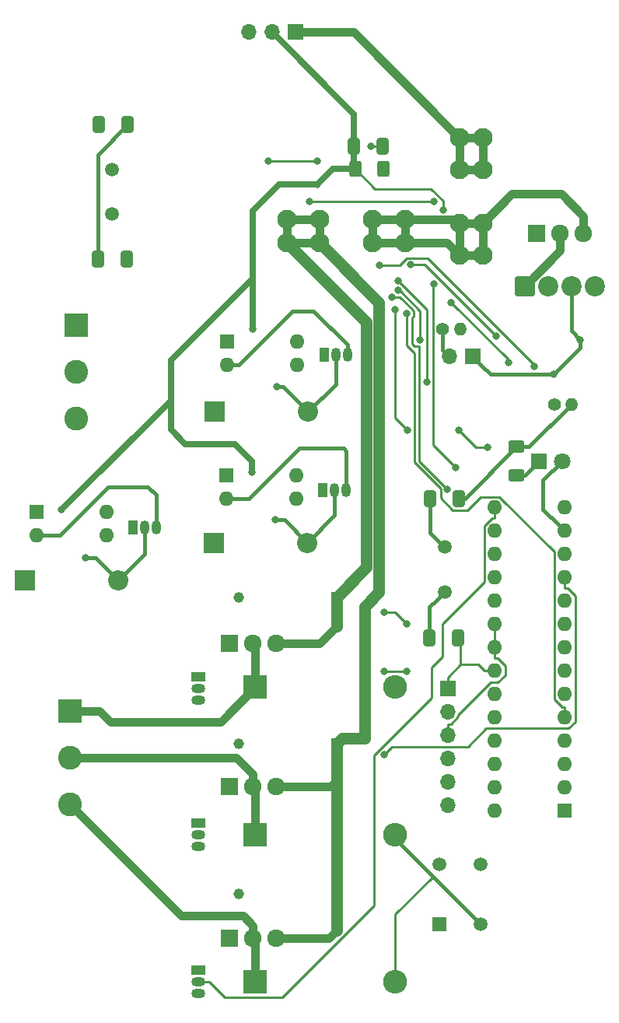
<source format=gbr>
%TF.GenerationSoftware,KiCad,Pcbnew,9.0.0*%
%TF.CreationDate,2025-03-14T13:06:40-07:00*%
%TF.ProjectId,AMS - CANBus - Dinger,414d5320-2d20-4434-914e-427573202d20,rev?*%
%TF.SameCoordinates,Original*%
%TF.FileFunction,Copper,L1,Top*%
%TF.FilePolarity,Positive*%
%FSLAX46Y46*%
G04 Gerber Fmt 4.6, Leading zero omitted, Abs format (unit mm)*
G04 Created by KiCad (PCBNEW 9.0.0) date 2025-03-14 13:06:40*
%MOMM*%
%LPD*%
G01*
G04 APERTURE LIST*
G04 Aperture macros list*
%AMRoundRect*
0 Rectangle with rounded corners*
0 $1 Rounding radius*
0 $2 $3 $4 $5 $6 $7 $8 $9 X,Y pos of 4 corners*
0 Add a 4 corners polygon primitive as box body*
4,1,4,$2,$3,$4,$5,$6,$7,$8,$9,$2,$3,0*
0 Add four circle primitives for the rounded corners*
1,1,$1+$1,$2,$3*
1,1,$1+$1,$4,$5*
1,1,$1+$1,$6,$7*
1,1,$1+$1,$8,$9*
0 Add four rect primitives between the rounded corners*
20,1,$1+$1,$2,$3,$4,$5,0*
20,1,$1+$1,$4,$5,$6,$7,0*
20,1,$1+$1,$6,$7,$8,$9,0*
20,1,$1+$1,$8,$9,$2,$3,0*%
G04 Aperture macros list end*
%TA.AperFunction,ComponentPad*%
%ADD10O,1.050000X1.500000*%
%TD*%
%TA.AperFunction,ComponentPad*%
%ADD11R,1.050000X1.500000*%
%TD*%
%TA.AperFunction,ComponentPad*%
%ADD12O,1.600000X1.600000*%
%TD*%
%TA.AperFunction,ComponentPad*%
%ADD13R,1.600000X1.600000*%
%TD*%
%TA.AperFunction,ComponentPad*%
%ADD14O,2.600000X2.600000*%
%TD*%
%TA.AperFunction,ComponentPad*%
%ADD15R,2.600000X2.600000*%
%TD*%
%TA.AperFunction,ComponentPad*%
%ADD16C,1.920000*%
%TD*%
%TA.AperFunction,ComponentPad*%
%ADD17R,1.920000X1.920000*%
%TD*%
%TA.AperFunction,ComponentPad*%
%ADD18O,1.500000X1.050000*%
%TD*%
%TA.AperFunction,ComponentPad*%
%ADD19R,1.500000X1.050000*%
%TD*%
%TA.AperFunction,ComponentPad*%
%ADD20C,1.150000*%
%TD*%
%TA.AperFunction,ComponentPad*%
%ADD21R,1.150000X1.150000*%
%TD*%
%TA.AperFunction,ComponentPad*%
%ADD22C,2.600000*%
%TD*%
%TA.AperFunction,ComponentPad*%
%ADD23C,1.800000*%
%TD*%
%TA.AperFunction,ComponentPad*%
%ADD24R,1.800000X1.800000*%
%TD*%
%TA.AperFunction,SMDPad,CuDef*%
%ADD25RoundRect,0.250000X0.625000X-0.400000X0.625000X0.400000X-0.625000X0.400000X-0.625000X-0.400000X0*%
%TD*%
%TA.AperFunction,ComponentPad*%
%ADD26O,1.700000X1.700000*%
%TD*%
%TA.AperFunction,ComponentPad*%
%ADD27R,1.700000X1.700000*%
%TD*%
%TA.AperFunction,ComponentPad*%
%ADD28R,1.500000X1.500000*%
%TD*%
%TA.AperFunction,ComponentPad*%
%ADD29C,1.500000*%
%TD*%
%TA.AperFunction,SMDPad,CuDef*%
%ADD30RoundRect,0.250000X-0.412500X-0.650000X0.412500X-0.650000X0.412500X0.650000X-0.412500X0.650000X0*%
%TD*%
%TA.AperFunction,ComponentPad*%
%ADD31C,1.400000*%
%TD*%
%TA.AperFunction,ComponentPad*%
%ADD32O,1.400000X1.400000*%
%TD*%
%TA.AperFunction,ComponentPad*%
%ADD33C,2.100000*%
%TD*%
%TA.AperFunction,SMDPad,CuDef*%
%ADD34RoundRect,0.250000X0.412500X0.650000X-0.412500X0.650000X-0.412500X-0.650000X0.412500X-0.650000X0*%
%TD*%
%TA.AperFunction,ComponentPad*%
%ADD35R,2.200000X2.200000*%
%TD*%
%TA.AperFunction,ComponentPad*%
%ADD36O,2.200000X2.200000*%
%TD*%
%TA.AperFunction,ComponentPad*%
%ADD37RoundRect,0.249999X-0.850001X-0.850001X0.850001X-0.850001X0.850001X0.850001X-0.850001X0.850001X0*%
%TD*%
%TA.AperFunction,ComponentPad*%
%ADD38C,2.200000*%
%TD*%
%TA.AperFunction,SMDPad,CuDef*%
%ADD39RoundRect,0.250000X0.400000X0.625000X-0.400000X0.625000X-0.400000X-0.625000X0.400000X-0.625000X0*%
%TD*%
%TA.AperFunction,ViaPad*%
%ADD40C,0.800000*%
%TD*%
%TA.AperFunction,Conductor*%
%ADD41C,0.250000*%
%TD*%
%TA.AperFunction,Conductor*%
%ADD42C,1.270000*%
%TD*%
%TA.AperFunction,Conductor*%
%ADD43C,0.889000*%
%TD*%
%TA.AperFunction,Conductor*%
%ADD44C,0.381000*%
%TD*%
%TA.AperFunction,Conductor*%
%ADD45C,0.635000*%
%TD*%
G04 APERTURE END LIST*
D10*
%TO.P,Q2,3,D*%
%TO.N,Net-(Q2-D)*%
X112262600Y-73695900D03*
%TO.P,Q2,2,G*%
%TO.N,Net-(D3-A)*%
X110992600Y-73695900D03*
D11*
%TO.P,Q2,1,S*%
%TO.N,GND*%
X109722600Y-73695900D03*
%TD*%
D12*
%TO.P,U3,4*%
%TO.N,Input1*%
X106744000Y-72257800D03*
%TO.P,U3,3*%
%TO.N,GND*%
X106744000Y-74797800D03*
%TO.P,U3,2*%
%TO.N,Net-(Q2-D)*%
X99124000Y-74797800D03*
D13*
%TO.P,U3,1*%
%TO.N,Net-(R7-Pad2)*%
X99124000Y-72257800D03*
%TD*%
D14*
%TO.P,D7,2,A*%
%TO.N,GND*%
X117478700Y-125940800D03*
D15*
%TO.P,D7,1,K*%
%TO.N,/Output1/Output*%
X102238700Y-125940800D03*
%TD*%
D16*
%TO.P,Q10,3*%
%TO.N,+VSW*%
X104526400Y-137192300D03*
%TO.P,Q10,2*%
%TO.N,/Output2/Output*%
X101986400Y-137192300D03*
D17*
%TO.P,Q10,1*%
%TO.N,Net-(Q10-Pad1)*%
X99446400Y-137192300D03*
%TD*%
D18*
%TO.P,Q3,3,D*%
%TO.N,Net-(Q3-D)*%
X96016800Y-111296400D03*
%TO.P,Q3,2,G*%
%TO.N,Output1*%
X96016800Y-110026400D03*
D19*
%TO.P,Q3,1,S*%
%TO.N,GND*%
X96016800Y-108756400D03*
%TD*%
D20*
%TO.P,Z3,2*%
%TO.N,Net-(Q4-Pad1)*%
X100413000Y-100109900D03*
D21*
%TO.P,Z3,1*%
%TO.N,+VSW*%
X111113000Y-100109900D03*
%TD*%
D18*
%TO.P,Q7,3,D*%
%TO.N,Net-(Q7-D)*%
X96016800Y-127270500D03*
%TO.P,Q7,2,G*%
%TO.N,Output2*%
X96016800Y-126000500D03*
D19*
%TO.P,Q7,1,S*%
%TO.N,GND*%
X96016800Y-124730500D03*
%TD*%
D16*
%TO.P,Q4,3*%
%TO.N,+VSW*%
X104526400Y-105159300D03*
%TO.P,Q4,2*%
%TO.N,/Output/Output*%
X101986400Y-105159300D03*
D17*
%TO.P,Q4,1*%
%TO.N,Net-(Q4-Pad1)*%
X99446400Y-105159300D03*
%TD*%
D14*
%TO.P,D4,2,A*%
%TO.N,GND*%
X117478700Y-109921600D03*
D15*
%TO.P,D4,1,K*%
%TO.N,/Output/Output*%
X102238700Y-109921600D03*
%TD*%
D20*
%TO.P,Z5,2*%
%TO.N,Net-(Q10-Pad1)*%
X100413000Y-132438900D03*
D21*
%TO.P,Z5,1*%
%TO.N,+VSW*%
X111113000Y-132438900D03*
%TD*%
D16*
%TO.P,Q8,3*%
%TO.N,+VSW*%
X104526400Y-120739500D03*
%TO.P,Q8,2*%
%TO.N,/Output1/Output*%
X101986400Y-120739500D03*
D17*
%TO.P,Q8,1*%
%TO.N,Net-(Q8-Pad1)*%
X99446400Y-120739500D03*
%TD*%
D18*
%TO.P,Q9,3,D*%
%TO.N,Net-(Q9-D)*%
X96016800Y-143281700D03*
%TO.P,Q9,2,G*%
%TO.N,Output3*%
X96016800Y-142011700D03*
D19*
%TO.P,Q9,1,S*%
%TO.N,GND*%
X96016800Y-140741700D03*
%TD*%
D20*
%TO.P,Z4,2*%
%TO.N,Net-(Q8-Pad1)*%
X100413000Y-116028100D03*
D21*
%TO.P,Z4,1*%
%TO.N,+VSW*%
X111113000Y-116028100D03*
%TD*%
D14*
%TO.P,D8,2,A*%
%TO.N,GND*%
X117478700Y-142011500D03*
D15*
%TO.P,D8,1,K*%
%TO.N,/Output2/Output*%
X102238700Y-142011500D03*
%TD*%
D22*
%TO.P,Z1,3,Pin_3*%
%TO.N,/Output2/Output*%
X82028100Y-122675400D03*
%TO.P,Z1,2,Pin_2*%
%TO.N,/Output1/Output*%
X82028100Y-117595400D03*
D15*
%TO.P,Z1,1,Pin_1*%
%TO.N,/Output/Output*%
X82028100Y-112515400D03*
%TD*%
D23*
%TO.P,D1,2,A*%
%TO.N,LED*%
X135616800Y-85343700D03*
D24*
%TO.P,D1,1,K*%
%TO.N,Net-(D1-K)*%
X133076800Y-85343700D03*
%TD*%
D12*
%TO.P,U2,28,PC5*%
%TO.N,unconnected-(U2-PC5-Pad28)*%
X128302100Y-123377100D03*
%TO.P,U2,27,PC4*%
%TO.N,unconnected-(U2-PC4-Pad27)*%
X128302100Y-120837100D03*
%TO.P,U2,26,PC3*%
%TO.N,unconnected-(U2-PC3-Pad26)*%
X128302100Y-118297100D03*
%TO.P,U2,25,PC2*%
%TO.N,unconnected-(U2-PC2-Pad25)*%
X128302100Y-115757100D03*
%TO.P,U2,24,PC1*%
%TO.N,unconnected-(U2-PC1-Pad24)*%
X128302100Y-113217100D03*
%TO.P,U2,23,PC0*%
%TO.N,unconnected-(U2-PC0-Pad23)*%
X128302100Y-110677100D03*
%TO.P,U2,22,GND*%
%TO.N,GND*%
X128302100Y-108137100D03*
%TO.P,U2,21,AREF*%
%TO.N,+5V*%
X128302100Y-105597100D03*
%TO.P,U2,20,AVCC*%
X128302100Y-103057100D03*
%TO.P,U2,19,PB5*%
%TO.N,SCK*%
X128302100Y-100517100D03*
%TO.P,U2,18,PB4*%
%TO.N,MISO*%
X128302100Y-97977100D03*
%TO.P,U2,17,PB3*%
%TO.N,MOSI*%
X128302100Y-95437100D03*
%TO.P,U2,16,PB2*%
%TO.N,D10*%
X128302100Y-92897100D03*
%TO.P,U2,15,PB1*%
%TO.N,Output3*%
X128302100Y-90357100D03*
%TO.P,U2,14,PB0*%
%TO.N,D8*%
X135922100Y-90357100D03*
%TO.P,U2,13,PD7*%
%TO.N,LED*%
X135922100Y-92897100D03*
%TO.P,U2,12,PD6*%
%TO.N,Output2*%
X135922100Y-95437100D03*
%TO.P,U2,11,PD5*%
%TO.N,Output1*%
X135922100Y-97977100D03*
%TO.P,U2,10,XTAL2/PB7*%
%TO.N,Net-(U2-XTAL2{slash}PB7)*%
X135922100Y-100517100D03*
%TO.P,U2,9,XTAL1/PB6*%
%TO.N,Net-(U2-XTAL1{slash}PB6)*%
X135922100Y-103057100D03*
%TO.P,U2,8,GND*%
%TO.N,GND*%
X135922100Y-105597100D03*
%TO.P,U2,7,VCC*%
%TO.N,+5V*%
X135922100Y-108137100D03*
%TO.P,U2,6,PD4*%
%TO.N,Input2*%
X135922100Y-110677100D03*
%TO.P,U2,5,PD3*%
%TO.N,Input1*%
X135922100Y-113217100D03*
%TO.P,U2,4,PD2*%
%TO.N,Input3*%
X135922100Y-115757100D03*
%TO.P,U2,3,PD1*%
%TO.N,TXttl*%
X135922100Y-118297100D03*
%TO.P,U2,2,PD0*%
%TO.N,RXttl*%
X135922100Y-120837100D03*
D13*
%TO.P,U2,1,~{RESET}/PC6*%
%TO.N,Reset*%
X135922100Y-123377100D03*
%TD*%
D25*
%TO.P,R3,2*%
%TO.N,GND*%
X130690200Y-83758600D03*
%TO.P,R3,1*%
%TO.N,Net-(D1-K)*%
X130690200Y-86858600D03*
%TD*%
D26*
%TO.P,J1,6,Pin_6*%
%TO.N,Net-(J1-Pin_6)*%
X123166800Y-122722100D03*
%TO.P,J1,5,Pin_5*%
%TO.N,TXttl*%
X123166800Y-120182100D03*
%TO.P,J1,4,Pin_4*%
%TO.N,RXttl*%
X123166800Y-117642100D03*
%TO.P,J1,3,Pin_3*%
%TO.N,+5V*%
X123166800Y-115102100D03*
%TO.P,J1,2,Pin_2*%
%TO.N,unconnected-(J1-Pin_2-Pad2)*%
X123166800Y-112562100D03*
D27*
%TO.P,J1,1,Pin_1*%
%TO.N,GND*%
X123166800Y-110022100D03*
%TD*%
D28*
%TO.P,S1,1,NO_1*%
%TO.N,Reset*%
X122260500Y-135705900D03*
D29*
%TO.P,S1,2,NO_2*%
%TO.N,unconnected-(S1-NO_2-Pad2)*%
X122260500Y-129205900D03*
%TO.P,S1,3,COM_1*%
%TO.N,GND*%
X126760500Y-135705900D03*
%TO.P,S1,4,COM_2*%
%TO.N,unconnected-(S1-COM_2-Pad4)*%
X126760500Y-129205900D03*
%TD*%
D30*
%TO.P,C5,2*%
%TO.N,GND*%
X124329800Y-104530700D03*
%TO.P,C5,1*%
%TO.N,Net-(U2-XTAL1{slash}PB6)*%
X121204800Y-104530700D03*
%TD*%
D29*
%TO.P,Y1,2,2*%
%TO.N,Net-(U2-XTAL2{slash}PB7)*%
X122840900Y-94664800D03*
%TO.P,Y1,1,1*%
%TO.N,Net-(U2-XTAL1{slash}PB6)*%
X122840900Y-99544800D03*
%TD*%
D30*
%TO.P,C7,2*%
%TO.N,GND*%
X124393600Y-89405800D03*
%TO.P,C7,1*%
%TO.N,Net-(U2-XTAL2{slash}PB7)*%
X121268600Y-89405800D03*
%TD*%
D31*
%TO.P,R28,1*%
%TO.N,Net-(J2-Pin_2)*%
X122646400Y-70894900D03*
D32*
%TO.P,R28,2*%
%TO.N,CANBUS_L*%
X124546400Y-70894900D03*
%TD*%
D31*
%TO.P,R27,1*%
%TO.N,Net-(U7-Rs)*%
X134770000Y-79113500D03*
D32*
%TO.P,R27,2*%
%TO.N,GND*%
X136670000Y-79113500D03*
%TD*%
D33*
%TO.P,U8,1,1*%
%TO.N,+VSW*%
X105720100Y-61525300D03*
%TO.P,U8,2,2*%
X109220100Y-61525300D03*
%TO.P,U8,3,3*%
%TO.N,Net-(Q1-Pad3)*%
X115020100Y-61525300D03*
%TO.P,U8,4,4*%
X118520100Y-61525300D03*
%TO.P,U8,5,5*%
X118520100Y-59025300D03*
%TO.P,U8,6,6*%
X115020100Y-59025300D03*
%TO.P,U8,7,7*%
%TO.N,+VSW*%
X109220100Y-59025300D03*
%TO.P,U8,8,8*%
X105720100Y-59025300D03*
%TD*%
D34*
%TO.P,C11,1*%
%TO.N,Net-(U6-OSC2)*%
X88204100Y-63342200D03*
%TO.P,C11,2*%
%TO.N,GND*%
X85079100Y-63342200D03*
%TD*%
D13*
%TO.P,U4,1*%
%TO.N,Net-(R14-Pad2)*%
X99040300Y-86836700D03*
D12*
%TO.P,U4,2*%
%TO.N,Net-(Q5-D)*%
X99040300Y-89376700D03*
%TO.P,U4,3*%
%TO.N,GND*%
X106660300Y-89376700D03*
%TO.P,U4,4*%
%TO.N,Input2*%
X106660300Y-86836700D03*
%TD*%
D33*
%TO.P,U1,1,1*%
%TO.N,+VDC*%
X124481900Y-50115500D03*
%TO.P,U1,2,2*%
X124481900Y-53615500D03*
%TO.P,U1,3,3*%
%TO.N,Net-(Q1-Pad3)*%
X124481900Y-59415500D03*
%TO.P,U1,4,4*%
X124481900Y-62915500D03*
%TO.P,U1,5,5*%
X126981900Y-62915500D03*
%TO.P,U1,6,6*%
X126981900Y-59415500D03*
%TO.P,U1,7,7*%
%TO.N,+VDC*%
X126981900Y-53615500D03*
%TO.P,U1,8,8*%
X126981900Y-50115500D03*
%TD*%
D11*
%TO.P,Q6,1,S*%
%TO.N,GND*%
X88895700Y-92502700D03*
D10*
%TO.P,Q6,2,G*%
%TO.N,Net-(D6-A)*%
X90165700Y-92502700D03*
%TO.P,Q6,3,D*%
%TO.N,Net-(Q6-D)*%
X91435700Y-92502700D03*
%TD*%
D15*
%TO.P,Z2,1,Pin_1*%
%TO.N,/Input/Input*%
X82709700Y-70523000D03*
D22*
%TO.P,Z2,2,Pin_2*%
%TO.N,/Input1/Input*%
X82709700Y-75603000D03*
%TO.P,Z2,3,Pin_3*%
%TO.N,/Input2/Input*%
X82709700Y-80683000D03*
%TD*%
D11*
%TO.P,Q5,1,S*%
%TO.N,GND*%
X109609800Y-88471700D03*
D10*
%TO.P,Q5,2,G*%
%TO.N,Net-(D5-A)*%
X110879800Y-88471700D03*
%TO.P,Q5,3,D*%
%TO.N,Net-(Q5-D)*%
X112149800Y-88471700D03*
%TD*%
D35*
%TO.P,D5,1,K*%
%TO.N,/Input1/Input*%
X97706700Y-94202000D03*
D36*
%TO.P,D5,2,A*%
%TO.N,Net-(D5-A)*%
X107866700Y-94202000D03*
%TD*%
D27*
%TO.P,Powerboard1,1,Pin_1*%
%TO.N,+VDC*%
X106618600Y-38633600D03*
D26*
%TO.P,Powerboard1,2,Pin_2*%
%TO.N,+5V*%
X104078600Y-38633600D03*
%TO.P,Powerboard1,3,Pin_3*%
%TO.N,GND*%
X101538600Y-38633600D03*
%TD*%
D13*
%TO.P,U5,1*%
%TO.N,Net-(R18-Pad2)*%
X78424200Y-90867700D03*
D12*
%TO.P,U5,2*%
%TO.N,Net-(Q6-D)*%
X78424200Y-93407700D03*
%TO.P,U5,3*%
%TO.N,GND*%
X86044200Y-93407700D03*
%TO.P,U5,4*%
%TO.N,Input3*%
X86044200Y-90867700D03*
%TD*%
D29*
%TO.P,Y2,1,1*%
%TO.N,Net-(U6-OSC1)*%
X86660300Y-53551100D03*
%TO.P,Y2,2,2*%
%TO.N,Net-(U6-OSC2)*%
X86660300Y-58431100D03*
%TD*%
D27*
%TO.P,J2,1,Pin_1*%
%TO.N,CANBUS_H*%
X125907100Y-73924000D03*
D26*
%TO.P,J2,2,Pin_2*%
%TO.N,Net-(J2-Pin_2)*%
X123367100Y-73924000D03*
%TD*%
D35*
%TO.P,D3,1,K*%
%TO.N,/Input/Input*%
X97844000Y-79900400D03*
D36*
%TO.P,D3,2,A*%
%TO.N,Net-(D3-A)*%
X108004000Y-79900400D03*
%TD*%
D37*
%TO.P,J3,1,Pin_1*%
%TO.N,Net-(J3-Pin_1)*%
X131552400Y-66242100D03*
D38*
%TO.P,J3,2,Pin_2*%
%TO.N,GND*%
X134092400Y-66242100D03*
%TO.P,J3,3,Pin_3*%
%TO.N,CANBUS_H*%
X136632400Y-66242100D03*
%TO.P,J3,4,Pin_4*%
%TO.N,CANBUS_L*%
X139172400Y-66242100D03*
%TD*%
D39*
%TO.P,R26,1*%
%TO.N,Net-(U6-~{RESET})*%
X116188200Y-53475500D03*
%TO.P,R26,2*%
%TO.N,+5V*%
X113088200Y-53475500D03*
%TD*%
D17*
%TO.P,Q1,1*%
%TO.N,Net-(Q1-Pad1)*%
X132877100Y-60498400D03*
D16*
%TO.P,Q1,2*%
%TO.N,Net-(J3-Pin_1)*%
X135417100Y-60498400D03*
%TO.P,Q1,3*%
%TO.N,Net-(Q1-Pad3)*%
X137957100Y-60498400D03*
%TD*%
D30*
%TO.P,C12,1*%
%TO.N,Net-(U6-OSC1)*%
X85188900Y-48693700D03*
%TO.P,C12,2*%
%TO.N,GND*%
X88313900Y-48693700D03*
%TD*%
D35*
%TO.P,D6,1,K*%
%TO.N,/Input2/Input*%
X77144200Y-98300100D03*
D36*
%TO.P,D6,2,A*%
%TO.N,Net-(D6-A)*%
X87304200Y-98300100D03*
%TD*%
D30*
%TO.P,C13,1*%
%TO.N,+5V*%
X113002900Y-51027600D03*
%TO.P,C13,2*%
%TO.N,GND*%
X116127900Y-51027600D03*
%TD*%
D40*
%TO.N,D10*%
X103689356Y-52605500D03*
%TO.N,MOSI*%
X119182400Y-63947700D03*
%TO.N,D10*%
X117475528Y-68837223D03*
X118804433Y-81946381D03*
X124373410Y-81933039D03*
X127528874Y-83820991D03*
%TO.N,+VSW*%
X111065000Y-136373000D03*
X111121000Y-103274000D03*
X111098000Y-120055000D03*
%TO.N,/CANBUS-MCP2515/TXtoCANTC*%
X117816600Y-65706900D03*
X120887400Y-76656500D03*
%TO.N,/CANBUS-MCP2515/RXtoCANTC*%
X117806200Y-66730800D03*
X120160600Y-72081400D03*
%TO.N,Net-(U6-~{RESET})*%
X116188000Y-53475500D03*
%TO.N,CANBUS_H*%
X137624000Y-72096200D03*
X134745000Y-75849700D03*
%TO.N,Net-(D6-A)*%
X83774200Y-95818700D03*
%TO.N,Net-(D5-A)*%
X104400000Y-91720800D03*
%TO.N,Net-(U6-OSC1)*%
X85188900Y-48693700D03*
%TO.N,Net-(U6-OSC2)*%
X88204100Y-63342200D03*
%TO.N,SCK*%
X108150400Y-57083000D03*
X121692700Y-57083000D03*
X121721800Y-66026500D03*
X124054100Y-85987600D03*
%TO.N,MISO*%
X117116000Y-67457500D03*
X123144900Y-88386000D03*
%TO.N,MOSI*%
X128451400Y-71707600D03*
%TO.N,D8*%
X115748929Y-63992400D03*
X132616500Y-75034500D03*
%TO.N,Input3*%
X116229000Y-108222800D03*
X118743600Y-108222800D03*
%TO.N,Input2*%
X116222700Y-101766200D03*
X118727300Y-103029300D03*
%TO.N,Output1*%
X116231300Y-117274100D03*
%TO.N,Input1*%
X118722600Y-69249100D03*
%TO.N,Net-(D3-A)*%
X104614000Y-77194500D03*
%TO.N,+5V*%
X101850000Y-86520500D03*
X81142800Y-90618100D03*
X101934000Y-70927800D03*
X109012000Y-55145500D03*
X129795000Y-74579700D03*
X113003000Y-51027600D03*
X113088000Y-53475500D03*
X122700800Y-57974200D03*
X123551500Y-68029700D03*
%TO.N,GND*%
X88313900Y-48693700D03*
X114862100Y-51026000D03*
%TO.N,D10*%
X109012200Y-52605500D03*
%TD*%
D41*
%TO.N,D10*%
X109012200Y-52605500D02*
X103689356Y-52605500D01*
%TO.N,D8*%
X132616500Y-74792300D02*
X132616500Y-75034500D01*
X118735300Y-63218300D02*
X121042500Y-63218300D01*
X117961200Y-63992400D02*
X118735300Y-63218300D01*
X115748929Y-63992400D02*
X117961200Y-63992400D01*
X121042500Y-63218300D02*
X132616500Y-74792300D01*
%TO.N,D10*%
X117475528Y-80617476D02*
X117475528Y-68837223D01*
X118804433Y-81946381D02*
X117475528Y-80617476D01*
X124373410Y-81933039D02*
X124346653Y-81906282D01*
X126261362Y-83820991D02*
X124373410Y-81933039D01*
X127528874Y-83820991D02*
X126261362Y-83820991D01*
%TO.N,MISO*%
X120092363Y-72807400D02*
X120092363Y-85333463D01*
X119587240Y-72807400D02*
X120092363Y-72807400D01*
X120092363Y-85333463D02*
X123144900Y-88386000D01*
X119448600Y-68948380D02*
X119448600Y-69549820D01*
X119291653Y-68791433D02*
X119448600Y-68948380D01*
X119291653Y-69706767D02*
X119291653Y-72511813D01*
X119448600Y-69549820D02*
X119291653Y-69706767D01*
X119291653Y-68772353D02*
X119291653Y-68791433D01*
X119291653Y-72511813D02*
X119587240Y-72807400D01*
X117976800Y-67457500D02*
X119291653Y-68772353D01*
X117116000Y-67457500D02*
X117976800Y-67457500D01*
%TO.N,Input1*%
X135922100Y-112090400D02*
X135922100Y-113217100D01*
X135640300Y-112090400D02*
X135922100Y-112090400D01*
X134795400Y-95180100D02*
X134795400Y-111245500D01*
X128818200Y-89202900D02*
X134795400Y-95180100D01*
X134795400Y-111245500D02*
X135640300Y-112090400D01*
X126767600Y-89202900D02*
X128818200Y-89202900D01*
X125326700Y-90643800D02*
X126767600Y-89202900D01*
X119530479Y-85424079D02*
X122416600Y-88310200D01*
X119530479Y-73523602D02*
X119530479Y-85424079D01*
X118727786Y-72720909D02*
X119530479Y-73523602D01*
X118727786Y-69254286D02*
X118727786Y-72720909D01*
X122416600Y-88310200D02*
X122416600Y-89323600D01*
X118722600Y-69249100D02*
X118727786Y-69254286D01*
X123736800Y-90643800D02*
X125326700Y-90643800D01*
X122416600Y-89323600D02*
X123736800Y-90643800D01*
D42*
%TO.N,+VSW*%
X115712673Y-99588327D02*
X115712673Y-68017973D01*
X114180000Y-115433000D02*
X114180000Y-101121000D01*
X115712673Y-68017973D02*
X109220000Y-61525300D01*
X111708000Y-115433000D02*
X114180000Y-115433000D01*
X114180000Y-101121000D02*
X115712673Y-99588327D01*
X111098000Y-116043000D02*
X111708000Y-115433000D01*
X111098000Y-116736000D02*
X111098000Y-116043000D01*
X114348096Y-96874904D02*
X114348096Y-70175396D01*
X114348096Y-70175396D02*
X105720000Y-61547300D01*
X111121000Y-100118000D02*
X111113000Y-100110000D01*
X111121000Y-103274000D02*
X111121000Y-100118000D01*
X111113000Y-100110000D02*
X114348096Y-96874904D01*
X111098000Y-120055000D02*
X111098000Y-116736000D01*
D43*
X110414000Y-120740000D02*
X111098000Y-120055000D01*
X104526000Y-120740000D02*
X110414000Y-120740000D01*
X105720000Y-61525300D02*
X105720000Y-59025300D01*
X109220000Y-61525300D02*
X105720100Y-61525300D01*
D42*
X111113000Y-132439000D02*
X111113000Y-132438900D01*
X111065000Y-132487000D02*
X111113000Y-132439000D01*
X111065000Y-136373000D02*
X111065000Y-132487000D01*
X111113000Y-116751000D02*
X111098000Y-116736000D01*
X111113000Y-132438900D02*
X111113000Y-116751000D01*
D43*
X105720100Y-59025300D02*
X109220000Y-59025300D01*
X109220000Y-59025300D02*
X109220000Y-61525300D01*
X109235000Y-105159000D02*
X111121000Y-103274000D01*
X104526700Y-105159000D02*
X109235000Y-105159000D01*
X110246000Y-137192000D02*
X111065000Y-136373000D01*
X104526700Y-137192000D02*
X110246000Y-137192000D01*
D41*
%TO.N,/CANBUS-MCP2515/TXtoCANTC*%
X120887400Y-68777700D02*
X120887400Y-76656500D01*
X117816600Y-65706900D02*
X120887400Y-68777700D01*
%TO.N,/CANBUS-MCP2515/RXtoCANTC*%
X120160600Y-68948000D02*
X120160600Y-72081400D01*
X117943400Y-66730800D02*
X120160600Y-68948000D01*
X117806200Y-66730800D02*
X117943400Y-66730800D01*
D43*
%TO.N,Net-(Q1-Pad3)*%
X130182000Y-56215200D02*
X126982000Y-59415500D01*
X135556000Y-56215200D02*
X130182000Y-56215200D01*
X137957000Y-58616800D02*
X135556000Y-56215200D01*
X137957000Y-60498400D02*
X137957000Y-58616800D01*
X115020000Y-59025300D02*
X115020000Y-61525300D01*
X118520000Y-59025300D02*
X118520000Y-61525300D01*
X124482000Y-59415500D02*
X124482000Y-62915500D01*
X126982000Y-59415500D02*
X126982000Y-62915500D01*
X126981900Y-62915500D02*
X124482000Y-62915500D01*
X126981900Y-59415500D02*
X124482000Y-59415500D01*
X118520000Y-61525300D02*
X115020100Y-61525300D01*
X115020100Y-59025300D02*
X118520000Y-59025300D01*
X123092000Y-61525300D02*
X123787000Y-62220400D01*
X118520100Y-61525300D02*
X123092000Y-61525300D01*
X123787000Y-62220400D02*
X124482000Y-62915500D01*
D41*
X123787000Y-62220400D02*
X124481900Y-62915300D01*
D43*
X118520100Y-59025300D02*
X124092000Y-59025300D01*
D44*
%TO.N,Net-(J2-Pin_2)*%
X122646000Y-70894900D02*
X122646000Y-72049100D01*
X122646000Y-73203400D02*
X123006500Y-73563700D01*
X122646000Y-72049100D02*
X122646000Y-73203400D01*
D41*
X122646400Y-72048700D02*
X122646400Y-70894900D01*
X122646000Y-72049100D02*
X122646400Y-72048700D01*
D43*
%TO.N,Net-(J3-Pin_1)*%
X135417000Y-61437800D02*
X135417000Y-60498400D01*
D41*
X135417100Y-61437700D02*
X135417100Y-60498400D01*
X135417000Y-61437800D02*
X135417100Y-61437700D01*
D43*
X135417000Y-62377300D02*
X135417000Y-61437800D01*
X131552200Y-66241900D02*
X135417000Y-62377300D01*
D44*
%TO.N,CANBUS_H*%
X136632000Y-71102600D02*
X136632000Y-66242100D01*
X137624000Y-72094100D02*
X136632000Y-71102600D01*
X137624000Y-72096200D02*
X137624000Y-72094100D01*
X137624000Y-72970900D02*
X137624000Y-72096200D01*
X134745000Y-75849700D02*
X137624000Y-72970900D01*
X126869900Y-74886800D02*
X125907000Y-73924000D01*
D41*
X126869900Y-74886800D02*
X125907100Y-73924000D01*
D44*
X127833000Y-75849700D02*
X126869900Y-74886800D01*
X134745000Y-75849700D02*
X127833000Y-75849700D01*
%TO.N,Net-(D6-A)*%
X90165700Y-95438600D02*
X90165700Y-92502700D01*
X87304200Y-98300100D02*
X90165700Y-95438600D01*
X84822900Y-95818700D02*
X83774200Y-95818700D01*
X87304200Y-98300100D02*
X84822900Y-95818700D01*
%TO.N,Net-(D5-A)*%
X105385000Y-91720800D02*
X107867000Y-94202000D01*
X104400000Y-91720800D02*
X105385000Y-91720800D01*
X110880000Y-91188900D02*
X110880000Y-88471700D01*
X107867000Y-94202000D02*
X110880000Y-91188900D01*
%TO.N,Net-(D1-K)*%
X131562000Y-86858600D02*
X133076900Y-85343800D01*
X130690200Y-86858600D02*
X131562000Y-86858600D01*
%TO.N,Net-(U2-XTAL2{slash}PB7)*%
X122055000Y-93878600D02*
X122841000Y-94664800D01*
D41*
X122055000Y-93878600D02*
X122840900Y-94664500D01*
D44*
X121269000Y-89405800D02*
X121269000Y-91249100D01*
X121269000Y-93092400D02*
X122055000Y-93878600D01*
X121269000Y-91249100D02*
X121269000Y-93092400D01*
D41*
X121268600Y-91248700D02*
X121268600Y-89405800D01*
X121269000Y-91249100D02*
X121268600Y-91248700D01*
D44*
%TO.N,Net-(U2-XTAL1{slash}PB6)*%
X122023000Y-100362900D02*
X122841000Y-99544800D01*
D41*
X122023000Y-100362900D02*
X122840900Y-99545000D01*
D44*
X121205000Y-104531000D02*
X121205000Y-102856000D01*
X121205000Y-101181000D02*
X122023000Y-100362900D01*
X121205000Y-102856000D02*
X121205000Y-101181000D01*
D41*
X121204800Y-102856200D02*
X121204800Y-104530700D01*
X121205000Y-102856000D02*
X121204800Y-102856200D01*
D44*
%TO.N,Net-(Q5-D)*%
X112150000Y-88471700D02*
X112150000Y-86335100D01*
X101503000Y-89376700D02*
X99040300Y-89376700D01*
X106995000Y-83884800D02*
X101503000Y-89376700D01*
X111836000Y-83884800D02*
X106995000Y-83884800D01*
X112150000Y-84198600D02*
X111836000Y-83884800D01*
X112150000Y-86335100D02*
X112150000Y-84198600D01*
D41*
X112149800Y-86335300D02*
X112149800Y-88471700D01*
X112150000Y-86335100D02*
X112149800Y-86335300D01*
%TO.N,SCK*%
X121617500Y-66130800D02*
X121721800Y-66026500D01*
X121617500Y-83551000D02*
X121617500Y-66130800D01*
X124054100Y-85987600D02*
X121617500Y-83551000D01*
X121692700Y-57083000D02*
X108150400Y-57083000D01*
%TO.N,Output3*%
X128302100Y-90357100D02*
X128302100Y-91483800D01*
X97227700Y-142011700D02*
X96016800Y-142011700D01*
X98880100Y-143664100D02*
X97227700Y-142011700D01*
X105183600Y-143664100D02*
X98880100Y-143664100D01*
X115140100Y-133707600D02*
X105183600Y-143664100D01*
X115140100Y-117337700D02*
X115140100Y-133707600D01*
X121410700Y-111067100D02*
X115140100Y-117337700D01*
X121410700Y-107772600D02*
X121410700Y-111067100D01*
X122608000Y-106575300D02*
X121410700Y-107772600D01*
X122608000Y-103031600D02*
X122608000Y-106575300D01*
X127175400Y-98464200D02*
X122608000Y-103031600D01*
X127175400Y-92328700D02*
X127175400Y-98464200D01*
X128020300Y-91483800D02*
X127175400Y-92328700D01*
X128302100Y-91483800D02*
X128020300Y-91483800D01*
D44*
%TO.N,Net-(Q6-D)*%
X80923200Y-93407700D02*
X78424200Y-93407700D01*
X86207000Y-88124000D02*
X80923200Y-93407700D01*
X90565600Y-88124000D02*
X86207000Y-88124000D01*
X91435700Y-88994100D02*
X90565600Y-88124000D01*
X91435700Y-92502700D02*
X91435700Y-88994100D01*
D41*
%TO.N,Input3*%
X118743600Y-108222800D02*
X116229000Y-108222800D01*
%TO.N,Input2*%
X116222700Y-101766300D02*
X116222700Y-101766200D01*
X117464300Y-101766300D02*
X116222700Y-101766300D01*
X118727300Y-103029300D02*
X117464300Y-101766300D01*
D44*
%TO.N,Net-(Q2-D)*%
X100464000Y-74797800D02*
X99124000Y-74797800D01*
X106270000Y-68991600D02*
X100464000Y-74797800D01*
X108588000Y-68991600D02*
X106270000Y-68991600D01*
X112263000Y-72666400D02*
X108588000Y-68991600D01*
X112263000Y-73181100D02*
X112263000Y-72666400D01*
D41*
%TO.N,Output1*%
X135922100Y-97977100D02*
X135922100Y-99103800D01*
X117133300Y-116372100D02*
X116231300Y-117274100D01*
X125386400Y-116372100D02*
X117133300Y-116372100D01*
X127381200Y-114377300D02*
X125386400Y-116372100D01*
X136364900Y-114377300D02*
X127381200Y-114377300D01*
X137077800Y-113664400D02*
X136364900Y-114377300D01*
X137077800Y-99977800D02*
X137077800Y-113664400D01*
X136203800Y-99103800D02*
X137077800Y-99977800D01*
X135922100Y-99103800D02*
X136203800Y-99103800D01*
D43*
%TO.N,/Output2/Output*%
X94128100Y-134775000D02*
X82028300Y-122675200D01*
X100927000Y-134775000D02*
X94128100Y-134775000D01*
X101986000Y-135835000D02*
X100927000Y-134775000D01*
X101986000Y-137192000D02*
X101986000Y-135835000D01*
X102239000Y-142011000D02*
X102239000Y-140131600D01*
X102239000Y-140131600D02*
X102239000Y-137445000D01*
D41*
X102238700Y-140131900D02*
X102238700Y-142011500D01*
X102239000Y-140131600D02*
X102238700Y-140131900D01*
D44*
%TO.N,LED*%
X135334800Y-92309700D02*
X135922000Y-92897100D01*
D41*
X135334800Y-92309700D02*
X135922100Y-92897100D01*
D44*
X133573000Y-90547700D02*
X135334800Y-92309700D01*
X133573000Y-87387800D02*
X133573000Y-90547700D01*
X135616900Y-85343800D02*
X133573000Y-87387800D01*
D43*
%TO.N,/Output1/Output*%
X102239000Y-125941000D02*
X102239000Y-123466500D01*
D41*
X102238700Y-123466800D02*
X102238700Y-125940800D01*
X102239000Y-123466500D02*
X102238700Y-123466800D01*
D43*
X100200000Y-117595000D02*
X82028500Y-117595000D01*
X101986000Y-119382000D02*
X100200000Y-117595000D01*
X101986000Y-120739900D02*
X101986000Y-119382000D01*
X102239000Y-123466500D02*
X102239000Y-120992000D01*
D44*
%TO.N,Net-(D3-A)*%
X105298000Y-77194500D02*
X104614000Y-77194500D01*
X108004000Y-79900400D02*
X105298000Y-77194500D01*
X110993000Y-76911800D02*
X110993000Y-75303800D01*
X108004000Y-79900400D02*
X110993000Y-76911800D01*
X110993000Y-75303800D02*
X110993000Y-73695900D01*
D41*
X110992600Y-75303400D02*
X110992600Y-73695900D01*
X110993000Y-75303800D02*
X110992600Y-75303400D01*
D43*
%TO.N,/Output/Output*%
X102239000Y-109922000D02*
X102239000Y-108070600D01*
X98443600Y-113717000D02*
X102239000Y-109922000D01*
X86493500Y-113717000D02*
X98443600Y-113717000D01*
X85292300Y-112515000D02*
X86493500Y-113717000D01*
X82028100Y-112515000D02*
X85292300Y-112515000D01*
X102239000Y-108070600D02*
X102239000Y-105412000D01*
D41*
X102238700Y-108070900D02*
X102238700Y-109921600D01*
X102239000Y-108070600D02*
X102238700Y-108070900D01*
D45*
%TO.N,+5V*%
X101850000Y-85359500D02*
X101850000Y-86520500D01*
X99967400Y-83476500D02*
X101850000Y-85359500D01*
X94616100Y-83476500D02*
X99967400Y-83476500D01*
X93037400Y-81897900D02*
X94616100Y-83476500D01*
X93037400Y-78723500D02*
X93037400Y-81897900D01*
X81142800Y-90618100D02*
X93037400Y-78723500D01*
X93037400Y-74299100D02*
X93037400Y-78723500D01*
X101934000Y-65402600D02*
X93037400Y-74299100D01*
X104862000Y-55145500D02*
X109012000Y-55145500D01*
X101934000Y-58073400D02*
X104862000Y-55145500D01*
X101934000Y-65402600D02*
X101934000Y-58073400D01*
X101934000Y-70927800D02*
X101934000Y-65402600D01*
X110682000Y-53475500D02*
X109012000Y-55145500D01*
X113088000Y-53475500D02*
X110682000Y-53475500D01*
X113003000Y-51027600D02*
X113003000Y-53390200D01*
X113003000Y-47557800D02*
X113003000Y-51027600D01*
X104079000Y-38633600D02*
X113003000Y-47557800D01*
D41*
X123166800Y-115102100D02*
X123166800Y-113925400D01*
X128302100Y-103057100D02*
X128302100Y-105597100D01*
X123505300Y-113925400D02*
X123166800Y-113925400D01*
X124343500Y-113087200D02*
X123505300Y-113925400D01*
X124343500Y-112967300D02*
X124343500Y-113087200D01*
X127903700Y-109407100D02*
X124343500Y-112967300D01*
X128654300Y-109407100D02*
X127903700Y-109407100D01*
X129432700Y-108628700D02*
X128654300Y-109407100D01*
X129432700Y-107572700D02*
X129432700Y-108628700D01*
X128583800Y-106723800D02*
X129432700Y-107572700D01*
X128302100Y-106723800D02*
X128583800Y-106723800D01*
X128302100Y-105597100D02*
X128302100Y-106723800D01*
X129795000Y-74273200D02*
X129795000Y-74579700D01*
X123551500Y-68029700D02*
X129795000Y-74273200D01*
X122700800Y-57005800D02*
X122700800Y-57974200D01*
X121371400Y-55676400D02*
X122700800Y-57005800D01*
X115289100Y-55676400D02*
X121371400Y-55676400D01*
X113088200Y-53475500D02*
X115289100Y-55676400D01*
D43*
%TO.N,+VDC*%
X112949000Y-38633600D02*
X124431000Y-50115500D01*
X106619000Y-38633600D02*
X112949000Y-38633600D01*
X126982000Y-53615500D02*
X126982000Y-50115500D01*
X126981900Y-50115500D02*
X124482000Y-50115500D01*
X124482000Y-50115500D02*
X124482000Y-51865500D01*
X124482000Y-53615500D02*
X126981900Y-53615500D01*
X124482000Y-51865500D02*
X124482000Y-53615500D01*
D41*
X124481900Y-51865600D02*
X124481900Y-53615500D01*
X124482000Y-51865500D02*
X124481900Y-51865600D01*
D44*
%TO.N,GND*%
X85079100Y-51928500D02*
X88313900Y-48693700D01*
X85079100Y-63342200D02*
X85079100Y-51928500D01*
X132025000Y-83758600D02*
X136670000Y-79113500D01*
X130690200Y-83758600D02*
X132025000Y-83758600D01*
X125043000Y-89405800D02*
X130690000Y-83758600D01*
X124394000Y-89405800D02*
X125043000Y-89405800D01*
D41*
X128302100Y-108137100D02*
X127175400Y-108137100D01*
X123166800Y-110022100D02*
X123166800Y-108845400D01*
X126468200Y-107429900D02*
X127175400Y-108137100D01*
X124582300Y-107429900D02*
X126468200Y-107429900D01*
X124582300Y-104783200D02*
X124582300Y-107429900D01*
X124582300Y-107429900D02*
X123166800Y-108845400D01*
X117478700Y-134630700D02*
X121582200Y-130527200D01*
X117478700Y-142011500D02*
X117478700Y-134630700D01*
D44*
X126760700Y-135705700D02*
X121582200Y-130527200D01*
X121582200Y-130527200D02*
X117479000Y-126424000D01*
D41*
X114862100Y-51027600D02*
X114862100Y-51026000D01*
X116127900Y-51027600D02*
X114862100Y-51027600D01*
%TO.N,MOSI*%
X120691500Y-63947700D02*
X128451400Y-71707600D01*
X119182400Y-63947700D02*
X120691500Y-63947700D01*
%TD*%
M02*

</source>
